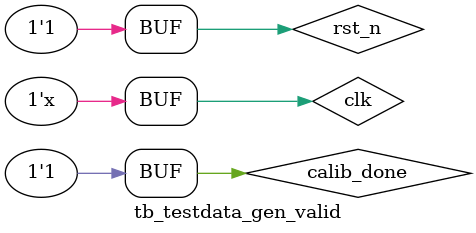
<source format=v>
`timescale 1ns / 1ps


module tb_testdata_gen_valid(

    );
    reg         clk              ;
    reg         rst_n            ;
    reg         calib_done       ;

    //模块连线
    //FIFO写端口   
    wire [15:0]  wr_data         ;   //向写FIFO中写入的数据
    wire         wr_en           ;   //写FIFO写使能
    wire [15:0]  rd_data         ;   //从FIFO中读出的数据
                                 
    //FIFO读端口                
    wire         rd_en           ;   //读FIFO读使能
    wire         rd_mem_enable   ;   //读存储器使能, 为高时才能从DDR3 SDRAM中读取数据
    wire         fifo_empty      ;
    
    
    initial begin
        clk = 1'b1;
        rst_n <= 1'b0;
        calib_done <= 1'b0;
    #20
        rst_n <= 1'b1;
    #600
        calib_done <= 1'b1;
    end
    
    always#10 clk = ~clk;
    
   
    //测试数据生成和验证模块
    testdata_gen_valid testdata_gen_valid_inst(
        .clk             (clk             ),  //和FIFO时钟保持一致
        .rst_n           (rst_n           ),
        .calib_done      (calib_done      ),  //DDR3初始化完成标志
            
        //写端口   
        .wr_data         (wr_data         ),   //向写FIFO中写入的数据
        .wr_en           (wr_en           ),   //写FIFO写使能
        
        //读端口
        .rd_en           (rd_en           ),   //读FIFO读使能
        .rd_mem_enable   (rd_mem_enable   ),   //读存储器使能, 为高时才能从DDR3 SDRAM中读取数据
        .rd_valid        (~fifo_empty     )   //读有效信号, 为高时代表读取的数据有效
    );
    
    //模拟存储器读FIFO、写FIFO接口的FIFO IP核
    //数据生成模块生成数据后, 将数据写入次FIFO, 接着从FIFO读端口读出数据, 但这里FIFO只能读一次, 实际SDRAM可以多次读取
    testdata_fifo testdata_fifo_inst (
        .clk        (clk            ),      // input wire clk
        .srst       (~rst_n         ),      // input wire srst
        .din        (wr_data        ),      // input wire [15 : 0] din
        .wr_en      (wr_en          ),      // input wire wr_en
        .rd_en      (rd_en          ),      // input wire rd_en
        .dout       (rd_data        ),      // output wire [15 : 0] dout
        .full       (               ),      // output wire full
        .empty      (fifo_empty     )       // output wire empty
    );
endmodule

</source>
